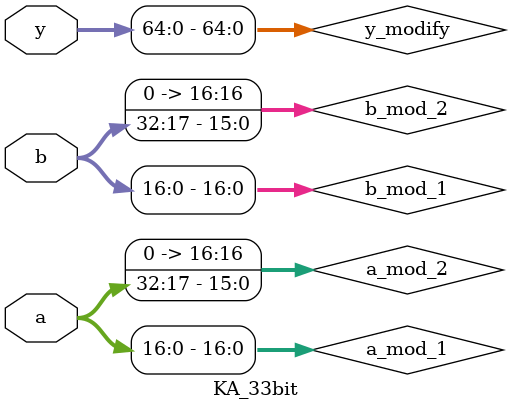
<source format=v>
`timescale 1ns / 1ps

module KA_33bit(
    a,
    b,
    y
    );

input [32:0] a;
input [32:0] b;

input [64:0] y;


wire [16:0] a_mod_1; //17
wire [16:0] b_mod_1; //17
wire [32:0] y_mod_1;  //33

wire [16:0] a_mod_2; //17
wire [16:0] b_mod_2; //17
wire [32:0] y_mod_2; //33

wire [16:0] a_mod_3; //17
wire [16:0] b_mod_3; //17
wire [32:0] y_mod_3; //33

wire [32:0] B1_out1, B1_out2, B1_out3;

wire [66:0] y_modify;


KA_17bit bit_mod_1 (.y(y_mod_1), .a(a_mod_1), .b(b_mod_1));
KA_17bit bit_mod_2 (.y(y_mod_2), .a(a_mod_2), .b(b_mod_2));
KA_17bit bit_mod_3 (.y(y_mod_3), .a(a_mod_3), .b(b_mod_3));

assign a_mod_1 = a[16:0], b_mod_1 = b[16:0];

assign a_mod_2 = {1'b0,a[32:17]}, b_mod_2 = {1'b0,b[32:17]};

assign a_mod_3 = a[16:0]^{1'b0,a[32:17]}, b_mod_3 = b[16:0]^{1'b0,b[32:17]};



assign B1_out1 = y_mod_1;

assign B1_out2 = y_mod_1 ^ y_mod_2 ^ y_mod_3 ;

assign B1_out3 = y_mod_2;


overlap_module_33bit ov_mod (
        .B2_in1(B1_out1),
        .B2_in2(B1_out2),
        .B2_in3(B1_out3),
        .B2_out(y_modify)
        );

assign y = y_modify[64:0];

endmodule
</source>
